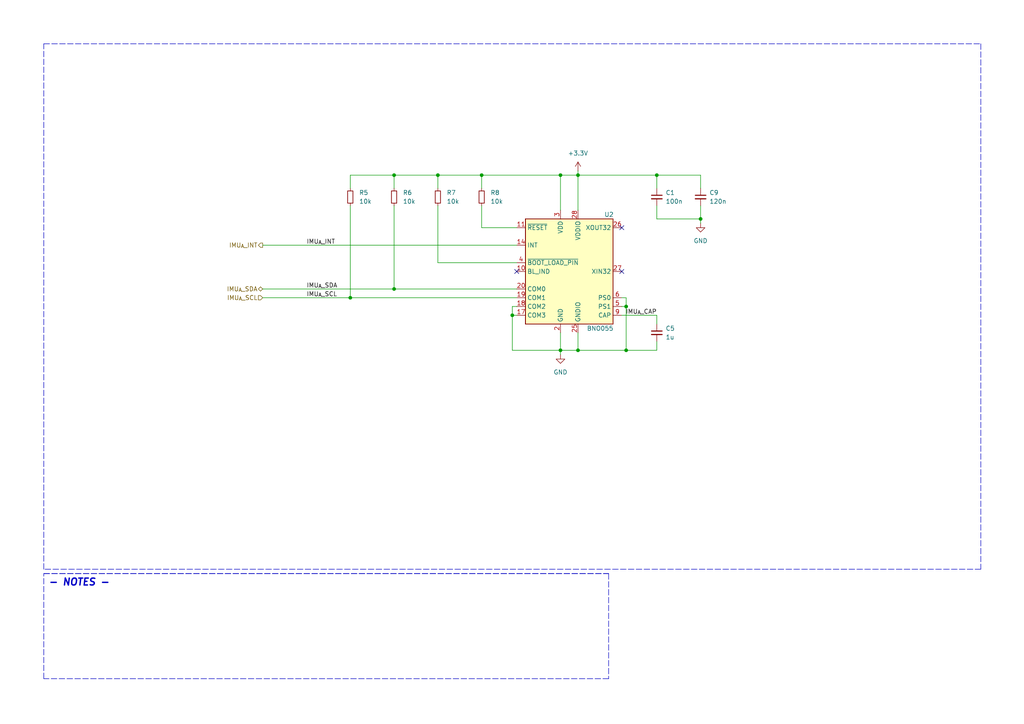
<source format=kicad_sch>
(kicad_sch (version 20211123) (generator eeschema)
  (paper "A4")
  (title_block (title "Caliban") (date "2023-02-25") (rev "A"))
  (lib_symbols
    (symbol "Device:C_Small" (pin_numbers hide) (pin_names (offset 0.254) hide)
      (property "Reference" "C" (at 0.254 1.778 0))
      (property "Value" "C_Small" (at 0.254 -2.032 0))
      (symbol "C_Small_0_1"
        (polyline (pts (xy -1.524 -0.508) (xy 1.524 -0.508)) (stroke (width 0.3302)))
        (polyline (pts (xy -1.524 0.508) (xy 1.524 0.508)) (stroke (width 0.3048)))
      )
      (symbol "C_Small_1_1"
        (pin passive line (at 0 2.54 270) (length 2.032) (name "~") (number "1"))
        (pin passive line (at 0 -2.54 90) (length 2.032) (name "~") (number "2"))
      )
    )
    (symbol "Device:R_Small" (pin_numbers hide) (pin_names (offset 0.254) hide)
      (property "Reference" "R" (at 0.762 0.508 0))
      (property "Value" "R_Small" (at 0.762 -1.016 0))
      (symbol "R_Small_0_1"
        (rectangle (start -0.762 1.778) (end 0.762 -1.778) (stroke (width 0.2032)))
      )
      (symbol "R_Small_1_1"
        (pin passive line (at 0 2.54 270) (length 0.762) (name "~") (number "1"))
        (pin passive line (at 0 -2.54 90) (length 0.762) (name "~") (number "2"))
      )
    )
    (symbol "Sensor_Motion:BNO055"
      (property "Reference" "U" (at -11.43 16.51 0))
      (property "Value" "BNO055" (at 12.7 16.51 0))
      (symbol "BNO055_0_1"
        (rectangle (start -12.7 15.24) (end 12.7 -15.24) (stroke (width 0.254)) (fill (type background)))
      )
      (symbol "BNO055_1_1"
        (pin no_connect line (at -12.7 10.16 0) (length 2.54) hide (name "PIN1") (number "1"))
        (pin output line (at -15.24 0 0) (length 2.54) (name "BL_IND") (number "10"))
        (pin input line (at -15.24 12.7 0) (length 2.54) (name "~{RESET}") (number "11"))
        (pin no_connect line (at 12.7 10.16 180) (length 2.54) hide (name "PIN12") (number "12"))
        (pin no_connect line (at 12.7 7.62 180) (length 2.54) hide (name "PIN13") (number "13"))
        (pin output line (at -15.24 7.62 0) (length 2.54) (name "INT") (number "14"))
        (pin passive line (at 2.54 -17.78 90) (length 2.54) hide (name "GNDIO") (number "15"))
        (pin passive line (at 2.54 -17.78 90) (length 2.54) hide (name "GNDIO") (number "16"))
        (pin input line (at -15.24 -12.7 0) (length 2.54) (name "COM3") (number "17"))
        (pin bidirectional line (at -15.24 -10.16 0) (length 2.54) (name "COM2") (number "18"))
        (pin bidirectional line (at -15.24 -7.62 0) (length 2.54) (name "COM1") (number "19"))
        (pin power_in line (at -2.54 -17.78 90) (length 2.54) (name "GND") (number "2"))
        (pin bidirectional line (at -15.24 -5.08 0) (length 2.54) (name "COM0") (number "20"))
        (pin no_connect line (at 12.7 5.08 180) (length 2.54) hide (name "PIN21") (number "21"))
        (pin no_connect line (at 12.7 2.54 180) (length 2.54) hide (name "PIN22") (number "22"))
        (pin no_connect line (at 12.7 -2.54 180) (length 2.54) hide (name "PIN23") (number "23"))
        (pin no_connect line (at 12.7 -5.08 180) (length 2.54) hide (name "PIN24") (number "24"))
        (pin power_in line (at 2.54 -17.78 90) (length 2.54) (name "GNDIO") (number "25"))
        (pin output line (at 15.24 12.7 180) (length 2.54) (name "XOUT32") (number "26"))
        (pin input line (at 15.24 0 180) (length 2.54) (name "XIN32") (number "27"))
        (pin power_in line (at 2.54 17.78 270) (length 2.54) (name "VDDIO") (number "28"))
        (pin power_in line (at -2.54 17.78 270) (length 2.54) (name "VDD") (number "3"))
        (pin input line (at -15.24 2.54 0) (length 2.54) (name "~{BOOT_LOAD_PIN}") (number "4"))
        (pin input line (at 15.24 -10.16 180) (length 2.54) (name "PS1") (number "5"))
        (pin input line (at 15.24 -7.62 180) (length 2.54) (name "PS0") (number "6"))
        (pin no_connect line (at -12.7 5.08 0) (length 2.54) hide (name "PIN7") (number "7"))
        (pin no_connect line (at -12.7 -2.54 0) (length 2.54) hide (name "PIN8") (number "8"))
        (pin passive line (at 15.24 -12.7 180) (length 2.54) (name "CAP") (number "9"))
      )
    )
    (symbol "power:+3.3V" (power) (pin_names (offset 0))
      (property "Value" "+3.3V" (at 0 3.556 0))
      (symbol "+3.3V_0_1"
        (polyline (pts (xy -0.762 1.27) (xy 0 2.54)))
        (polyline (pts (xy 0 0) (xy 0 2.54)))
        (polyline (pts (xy 0 2.54) (xy 0.762 1.27)))
      )
      (symbol "+3.3V_1_1"
        (pin power_in line (at 0 0 90) (length 0) hide (name "+3.3V") (number "1"))
      )
    )
    (symbol "power:GND" (power) (pin_names (offset 0))
      (property "Value" "GND" (at 0 -3.81 0))
      (symbol "GND_0_1"
        (polyline (pts (xy 0 0) (xy 0 -1.27) (xy 1.27 -1.27) (xy 0 -2.54) (xy -1.27 -1.27) (xy 0 -1.27)))
      )
      (symbol "GND_1_1"
        (pin power_in line (at 0 0 270) (length 0) hide (name "GND") (number "1"))
      )
    )
  )
  (junction (at 167.64 101.6))
  (junction (at 139.7 50.8))
  (junction (at 167.64 50.8))
  (junction (at 203.2 63.5))
  (junction (at 181.61 101.6))
  (junction (at 127 50.8))
  (junction (at 162.56 50.8))
  (junction (at 181.61 88.9))
  (junction (at 148.59 91.44))
  (junction (at 114.3 83.82))
  (junction (at 190.5 50.8))
  (junction (at 162.56 101.6))
  (junction (at 101.6 86.36))
  (junction (at 114.3 50.8))
  (no_connect (at 180.34 78.74))
  (no_connect (at 149.86 78.74))
  (no_connect (at 180.34 66.04))
  (wire (pts (xy 148.59 91.44) (xy 148.59 101.6)))
  (wire (pts (xy 162.56 50.8) (xy 162.56 60.96)))
  (wire (pts (xy 180.34 88.9) (xy 181.61 88.9)))
  (wire (pts (xy 76.2 86.36) (xy 101.6 86.36)))
  (wire (pts (xy 167.64 60.96) (xy 167.64 50.8)))
  (polyline (pts (xy 12.7 196.85) (xy 12.7 166.37)))
  (wire (pts (xy 190.5 91.44) (xy 190.5 93.98)))
  (wire (pts (xy 101.6 50.8) (xy 114.3 50.8)))
  (wire (pts (xy 167.64 50.8) (xy 190.5 50.8)))
  (wire (pts (xy 190.5 59.69) (xy 190.5 63.5)))
  (wire (pts (xy 149.86 88.9) (xy 148.59 88.9)))
  (wire (pts (xy 148.59 88.9) (xy 148.59 91.44)))
  (wire (pts (xy 167.64 50.8) (xy 162.56 50.8)))
  (wire (pts (xy 101.6 59.69) (xy 101.6 86.36)))
  (wire (pts (xy 114.3 59.69) (xy 114.3 83.82)))
  (wire (pts (xy 76.2 83.82) (xy 114.3 83.82)))
  (wire (pts (xy 203.2 54.61) (xy 203.2 50.8)))
  (wire (pts (xy 127 50.8) (xy 139.7 50.8)))
  (wire (pts (xy 114.3 83.82) (xy 149.86 83.82)))
  (polyline (pts (xy 12.7 165.1) (xy 12.7 12.7)))
  (wire (pts (xy 139.7 66.04) (xy 149.86 66.04)))
  (polyline (pts (xy 284.48 165.1) (xy 12.7 165.1)))
  (polyline (pts (xy 176.53 196.85) (xy 12.7 196.85)))
  (wire (pts (xy 162.56 101.6) (xy 162.56 102.87)))
  (polyline (pts (xy 176.53 166.37) (xy 176.53 196.85)))
  (wire (pts (xy 190.5 50.8) (xy 203.2 50.8)))
  (wire (pts (xy 114.3 50.8) (xy 127 50.8)))
  (wire (pts (xy 162.56 101.6) (xy 167.64 101.6)))
  (wire (pts (xy 180.34 91.44) (xy 190.5 91.44)))
  (polyline (pts (xy 12.7 12.7) (xy 284.48 12.7)))
  (wire (pts (xy 76.2 71.12) (xy 149.86 71.12)))
  (wire (pts (xy 203.2 63.5) (xy 203.2 64.77)))
  (wire (pts (xy 101.6 54.61) (xy 101.6 50.8)))
  (wire (pts (xy 190.5 101.6) (xy 190.5 99.06)))
  (wire (pts (xy 181.61 88.9) (xy 181.61 101.6)))
  (wire (pts (xy 127 54.61) (xy 127 50.8)))
  (wire (pts (xy 148.59 91.44) (xy 149.86 91.44)))
  (wire (pts (xy 162.56 96.52) (xy 162.56 101.6)))
  (wire (pts (xy 139.7 59.69) (xy 139.7 66.04)))
  (wire (pts (xy 180.34 86.36) (xy 181.61 86.36)))
  (polyline (pts (xy 12.7 166.37) (xy 176.53 166.37)))
  (wire (pts (xy 181.61 101.6) (xy 190.5 101.6)))
  (polyline (pts (xy 12.7 166.37) (xy 176.53 166.37)))
  (wire (pts (xy 139.7 50.8) (xy 162.56 50.8)))
  (wire (pts (xy 167.64 101.6) (xy 181.61 101.6)))
  (wire (pts (xy 127 76.2) (xy 149.86 76.2)))
  (wire (pts (xy 148.59 101.6) (xy 162.56 101.6)))
  (polyline (pts (xy 284.48 12.7) (xy 284.48 165.1)))
  (wire (pts (xy 114.3 54.61) (xy 114.3 50.8)))
  (wire (pts (xy 139.7 54.61) (xy 139.7 50.8)))
  (wire (pts (xy 190.5 54.61) (xy 190.5 50.8)))
  (wire (pts (xy 127 59.69) (xy 127 76.2)))
  (wire (pts (xy 101.6 86.36) (xy 149.86 86.36)))
  (wire (pts (xy 181.61 86.36) (xy 181.61 88.9)))
  (wire (pts (xy 167.64 96.52) (xy 167.64 101.6)))
  (wire (pts (xy 203.2 59.69) (xy 203.2 63.5)))
  (wire (pts (xy 167.64 49.53) (xy 167.64 50.8)))
  (wire (pts (xy 190.5 63.5) (xy 203.2 63.5)))
  (text "- NOTES -" (at 13.97 170.18 0) (effects (font (size 2 2) (thickness 0.4) bold italic) (justify left bottom)))
  (label "IMU_{A}_SDA" (at 88.9 83.82 0))
  (label "IMU_{A}_CAP" (at 190.5 91.44 180))
  (label "IMU_{A}_SCL" (at 88.9 86.36 0))
  (label "IMU_{A}_INT" (at 88.9 71.12 0))
  (hierarchical_label "IMU_{A}_INT" (shape output) (at 76.2 71.12 180))
  (hierarchical_label "IMU_{A}_SCL" (shape input) (at 76.2 86.36 180))
  (hierarchical_label "IMU_{A}_SDA" (shape bidirectional) (at 76.2 83.82 180))
  (symbol (lib_id "Sensor_Motion:BNO055") (at 165.1 78.74 0) (unit 1)
    (property "Reference" "U2" (at 175.26 62.23 0) (effects (justify left)))
    (property "Value" "BNO055" (at 170.18 95.25 0) (effects (justify left)))
    (property "Footprint" "Package_LGA:LGA-28_5.2x3.8mm_P0.5mm" (effects hide))
    (property "Datasheet" "https://www.bosch-sensortec.com/media/boschsensortec/downloads/datasheets/bst-bno055-ds000.pdf" (effects hide))
  )
  (symbol (lib_id "Device:C_Small") (at 203.2 57.15 0) (unit 1)
    (property "Reference" "C9" (at 205.74 55.8862 0) (effects (justify left)))
    (property "Value" "120n" (at 205.74 58.4262 0) (effects (justify left)))
    (property "Footprint" "Capacitor_SMD:C_0402_1005Metric_Pad0.74x0.62mm_HandSolder" (effects hide))
  )
  (symbol (lib_id "Device:R_Small") (at 101.6 57.15 0) (unit 1)
    (property "Reference" "R5" (at 104.14 55.8799 0) (effects (justify left)))
    (property "Value" "10k" (at 104.14 58.4199 0) (effects (justify left)))
    (property "Footprint" "Resistor_SMD:R_0402_1005Metric_Pad0.72x0.64mm_HandSolder" (effects hide))
  )
  (symbol (lib_id "Device:C_Small") (at 190.5 57.15 0) (unit 1)
    (property "Reference" "C1" (at 193.04 55.8862 0) (effects (justify left)))
    (property "Value" "100n" (at 193.04 58.4262 0) (effects (justify left)))
    (property "Footprint" "Capacitor_SMD:C_0402_1005Metric_Pad0.74x0.62mm_HandSolder" (effects hide))
  )
  (symbol (lib_id "Device:R_Small") (at 127 57.15 0) (unit 1)
    (property "Reference" "R7" (at 129.54 55.8799 0) (effects (justify left)))
    (property "Value" "10k" (at 129.54 58.4199 0) (effects (justify left)))
    (property "Footprint" "Resistor_SMD:R_0402_1005Metric_Pad0.72x0.64mm_HandSolder" (effects hide))
  )
  (symbol (lib_id "Device:C_Small") (at 190.5 96.52 0) (unit 1)
    (property "Reference" "C5" (at 193.04 95.2562 0) (effects (justify left)))
    (property "Value" "1u" (at 193.04 97.7962 0) (effects (justify left)))
    (property "Footprint" "Capacitor_SMD:C_0402_1005Metric_Pad0.74x0.62mm_HandSolder" (effects hide))
  )
  (symbol (lib_id "Device:R_Small") (at 139.7 57.15 0) (unit 1)
    (property "Reference" "R8" (at 142.24 55.8799 0) (effects (justify left)))
    (property "Value" "10k" (at 142.24 58.4199 0) (effects (justify left)))
    (property "Footprint" "Resistor_SMD:R_0402_1005Metric_Pad0.72x0.64mm_HandSolder" (effects hide))
  )
  (symbol (lib_id "power:GND") (at 162.56 102.87 0) (unit 1)
    (property "Reference" "#PWR01" (effects hide))
    (property "Value" "GND" (at 162.56 107.95 0))
  )
  (symbol (lib_id "power:GND") (at 203.2 64.77 0) (unit 1)
    (property "Reference" "#PWR03" (effects hide))
    (property "Value" "GND" (at 203.2 69.85 0))
  )
  (symbol (lib_id "power:+3.3V") (at 167.64 49.53 0) (unit 1)
    (property "Reference" "#PWR02" (effects hide))
    (property "Value" "+3.3V" (at 167.64 44.45 0))
  )
  (symbol (lib_id "Device:R_Small") (at 114.3 57.15 0) (unit 1)
    (property "Reference" "R6" (at 116.84 55.8799 0) (effects (justify left)))
    (property "Value" "10k" (at 116.84 58.4199 0) (effects (justify left)))
    (property "Footprint" "Resistor_SMD:R_0402_1005Metric_Pad0.72x0.64mm_HandSolder" (effects hide))
  )
)
</source>
